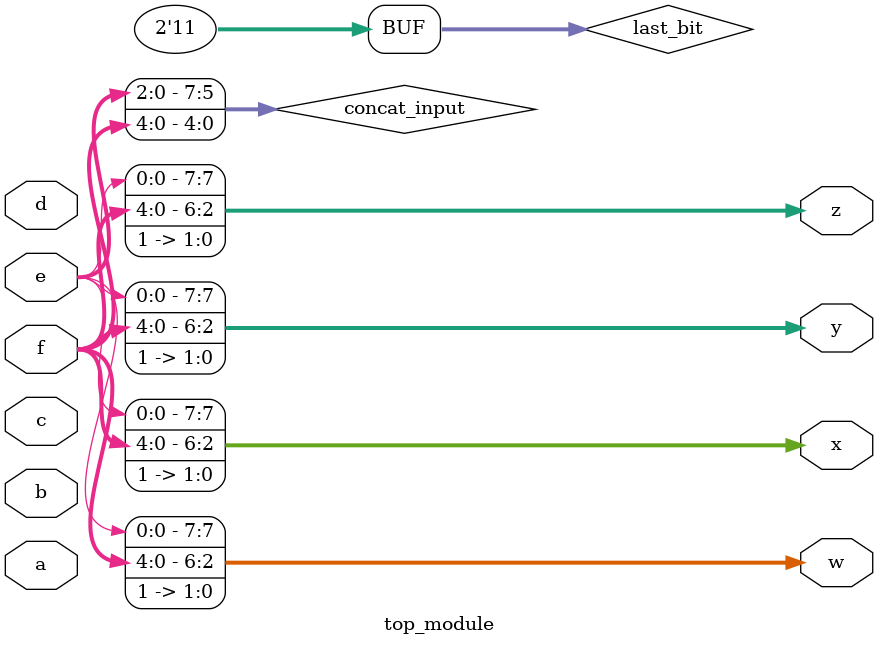
<source format=sv>
module top_module (
    input [4:0] a,
    input [4:0] b,
    input [4:0] c,
    input [4:0] d,
    input [4:0] e,
    input [4:0] f,
    output [7:0] w,
    output [7:0] x,
    output [7:0] y,
    output [7:0] z
);

    wire [7:0] concat_input;
    wire [1:0] last_bit;

    assign concat_input = {a, b, c, d, e, f};
    assign last_bit = 2'b11;

    assign w = {concat_input, last_bit};
    assign x = {concat_input, last_bit};
    assign y = {concat_input, last_bit};
    assign z = {concat_input, last_bit};

endmodule

</source>
